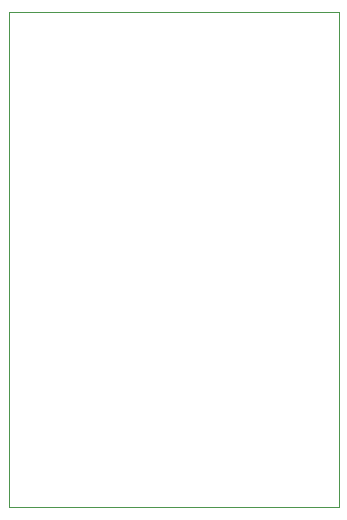
<source format=gm1>
G04 #@! TF.GenerationSoftware,KiCad,Pcbnew,5.1.2-f72e74a~84~ubuntu16.04.1*
G04 #@! TF.CreationDate,2019-07-19T18:17:23+01:00*
G04 #@! TF.ProjectId,DigitalPot_OptoIsolator,44696769-7461-46c5-906f-745f4f70746f,rev?*
G04 #@! TF.SameCoordinates,Original*
G04 #@! TF.FileFunction,Profile,NP*
%FSLAX46Y46*%
G04 Gerber Fmt 4.6, Leading zero omitted, Abs format (unit mm)*
G04 Created by KiCad (PCBNEW 5.1.2-f72e74a~84~ubuntu16.04.1) date 2019-07-19 18:17:23*
%MOMM*%
%LPD*%
G04 APERTURE LIST*
%ADD10C,0.050000*%
G04 APERTURE END LIST*
D10*
X115570000Y-17780000D02*
X87630000Y-17780000D01*
X115570000Y-59690000D02*
X115570000Y-17780000D01*
X87630000Y-59690000D02*
X115570000Y-59690000D01*
X87630000Y-17780000D02*
X87630000Y-59690000D01*
M02*

</source>
